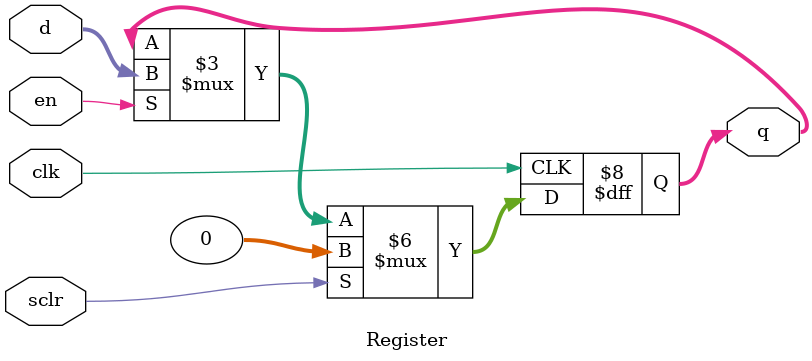
<source format=v>
module Register #(parameter N = 32) (
    input clk, en, sclr,
    input [N-1:0] d,
    output reg [N-1:0] q = {N{1'b0}}
);
    always @(posedge clk) begin
        if (sclr)
            q <= {N{1'b0}};
        else if (en)
            q <= d;
    end
endmodule

</source>
